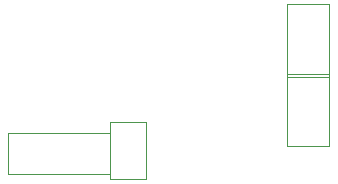
<source format=gbr>
G04 #@! TF.FileFunction,Other,User*
%FSLAX46Y46*%
G04 Gerber Fmt 4.6, Leading zero omitted, Abs format (unit mm)*
G04 Created by KiCad (PCBNEW 4.0.2+dfsg1-stable) date 2017年12月22日 星期五 14时14分46秒*
%MOMM*%
G01*
G04 APERTURE LIST*
%ADD10C,0.100000*%
%ADD11C,0.050000*%
G04 APERTURE END LIST*
D10*
D11*
X165728240Y-98616360D02*
X165728240Y-104766360D01*
X165728240Y-104766360D02*
X169328240Y-104766360D01*
X169328240Y-104766360D02*
X169328240Y-98616360D01*
X169328240Y-98616360D02*
X165728240Y-98616360D01*
X142141000Y-113002000D02*
X150741000Y-113002000D01*
X142141000Y-109502000D02*
X150741000Y-109502000D01*
X142141000Y-113002000D02*
X142141000Y-109502000D01*
X150741000Y-113002000D02*
X150741000Y-109502000D01*
X165728240Y-104483760D02*
X165728240Y-110633760D01*
X165728240Y-110633760D02*
X169328240Y-110633760D01*
X169328240Y-110633760D02*
X169328240Y-104483760D01*
X169328240Y-104483760D02*
X165728240Y-104483760D01*
X153823000Y-113418000D02*
X153823000Y-108568000D01*
X153823000Y-108568000D02*
X150723000Y-108568000D01*
X150723000Y-108568000D02*
X150723000Y-113418000D01*
X150723000Y-113418000D02*
X153823000Y-113418000D01*
M02*

</source>
